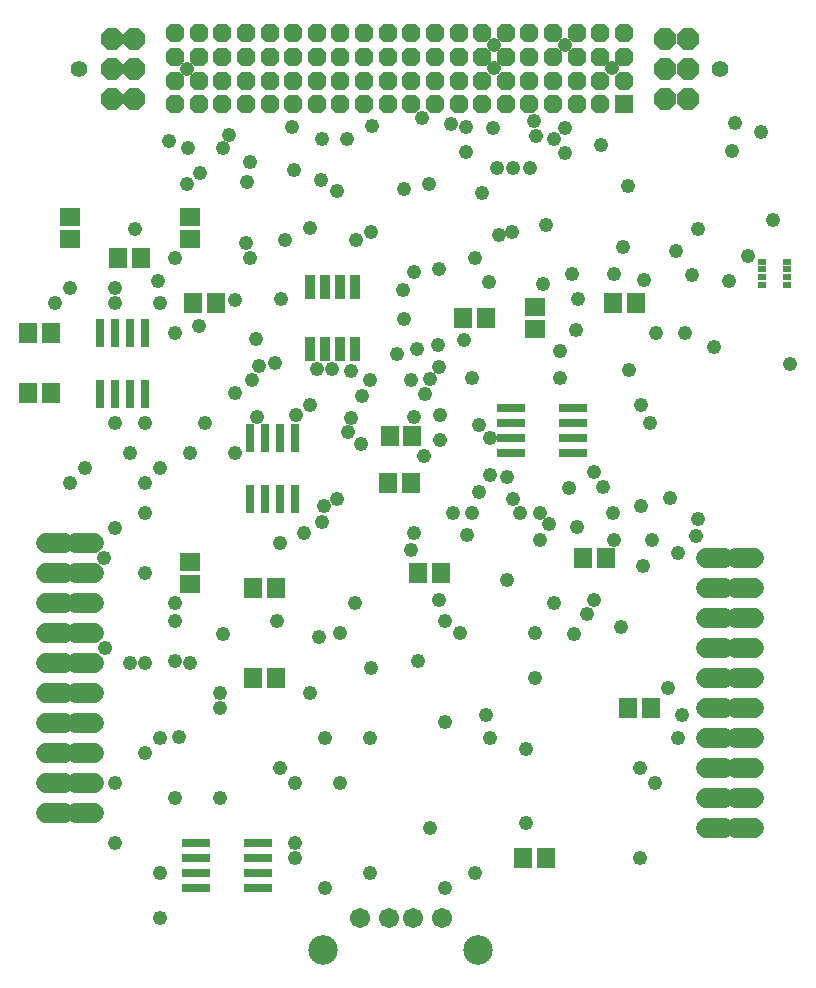
<source format=gts>
G75*
%MOIN*%
%OFA0B0*%
%FSLAX25Y25*%
%IPPOS*%
%LPD*%
%AMOC8*
5,1,8,0,0,1.08239X$1,22.5*
%
%ADD10R,0.03200X0.08300*%
%ADD11C,0.06800*%
%ADD12C,0.05524*%
%ADD13OC8,0.07296*%
%ADD14R,0.06186X0.06186*%
%ADD15OC8,0.06186*%
%ADD16R,0.05918X0.06706*%
%ADD17R,0.06706X0.05918*%
%ADD18R,0.03162X0.09461*%
%ADD19R,0.09461X0.03162*%
%ADD20R,0.02769X0.02178*%
%ADD21C,0.06737*%
%ADD22C,0.09855*%
%ADD23C,0.04762*%
D10*
X0130000Y0245650D03*
X0135000Y0245650D03*
X0140000Y0245650D03*
X0145000Y0245650D03*
X0145000Y0266250D03*
X0140000Y0266250D03*
X0135000Y0266250D03*
X0130000Y0266250D03*
D11*
X0058000Y0180950D02*
X0052000Y0180950D01*
X0048000Y0180950D02*
X0042000Y0180950D01*
X0042000Y0170950D02*
X0048000Y0170950D01*
X0052000Y0170950D02*
X0058000Y0170950D01*
X0058000Y0160950D02*
X0052000Y0160950D01*
X0048000Y0160950D02*
X0042000Y0160950D01*
X0042000Y0150950D02*
X0048000Y0150950D01*
X0052000Y0150950D02*
X0058000Y0150950D01*
X0058000Y0140950D02*
X0052000Y0140950D01*
X0048000Y0140950D02*
X0042000Y0140950D01*
X0042000Y0130950D02*
X0048000Y0130950D01*
X0052000Y0130950D02*
X0058000Y0130950D01*
X0058000Y0120950D02*
X0052000Y0120950D01*
X0048000Y0120950D02*
X0042000Y0120950D01*
X0042000Y0110950D02*
X0048000Y0110950D01*
X0052000Y0110950D02*
X0058000Y0110950D01*
X0058000Y0100950D02*
X0052000Y0100950D01*
X0048000Y0100950D02*
X0042000Y0100950D01*
X0042000Y0090950D02*
X0048000Y0090950D01*
X0052000Y0090950D02*
X0058000Y0090950D01*
X0262000Y0085950D02*
X0268000Y0085950D01*
X0272000Y0085950D02*
X0278000Y0085950D01*
X0278000Y0095950D02*
X0272000Y0095950D01*
X0268000Y0095950D02*
X0262000Y0095950D01*
X0262000Y0105950D02*
X0268000Y0105950D01*
X0272000Y0105950D02*
X0278000Y0105950D01*
X0278000Y0115950D02*
X0272000Y0115950D01*
X0268000Y0115950D02*
X0262000Y0115950D01*
X0262000Y0125950D02*
X0268000Y0125950D01*
X0272000Y0125950D02*
X0278000Y0125950D01*
X0278000Y0135950D02*
X0272000Y0135950D01*
X0268000Y0135950D02*
X0262000Y0135950D01*
X0262000Y0145950D02*
X0268000Y0145950D01*
X0272000Y0145950D02*
X0278000Y0145950D01*
X0278000Y0155950D02*
X0272000Y0155950D01*
X0268000Y0155950D02*
X0262000Y0155950D01*
X0262000Y0165950D02*
X0268000Y0165950D01*
X0272000Y0165950D02*
X0278000Y0165950D01*
X0278000Y0175950D02*
X0272000Y0175950D01*
X0268000Y0175950D02*
X0262000Y0175950D01*
D12*
X0266870Y0338942D03*
X0053130Y0338942D03*
D13*
X0063996Y0339060D03*
X0063996Y0329060D03*
X0071398Y0329060D03*
X0071398Y0339060D03*
X0071398Y0349060D03*
X0063996Y0349060D03*
X0248602Y0349056D03*
X0256004Y0349056D03*
X0256004Y0339056D03*
X0256004Y0329056D03*
X0248602Y0329056D03*
X0248602Y0339056D03*
D14*
X0234803Y0327249D03*
D15*
X0234803Y0335123D03*
X0226929Y0335123D03*
X0226929Y0327249D03*
X0219055Y0327249D03*
X0219055Y0335123D03*
X0211181Y0335123D03*
X0211181Y0327249D03*
X0203307Y0327249D03*
X0195433Y0327249D03*
X0195433Y0335123D03*
X0203307Y0335123D03*
X0203307Y0342997D03*
X0195433Y0342997D03*
X0195433Y0350871D03*
X0203307Y0350871D03*
X0211181Y0350871D03*
X0211181Y0342997D03*
X0219055Y0342997D03*
X0226929Y0342997D03*
X0226929Y0350871D03*
X0219055Y0350871D03*
X0234803Y0350871D03*
X0234803Y0342997D03*
X0187559Y0342997D03*
X0179685Y0342997D03*
X0179685Y0350871D03*
X0187559Y0350871D03*
X0187559Y0335123D03*
X0187559Y0327249D03*
X0179685Y0327249D03*
X0179685Y0335123D03*
X0171811Y0335123D03*
X0171811Y0327249D03*
X0163937Y0327249D03*
X0163937Y0335123D03*
X0156063Y0335123D03*
X0156063Y0327249D03*
X0148189Y0327249D03*
X0148189Y0335123D03*
X0140315Y0335123D03*
X0140315Y0327249D03*
X0132441Y0327249D03*
X0132441Y0335123D03*
X0124567Y0335123D03*
X0124567Y0327249D03*
X0116693Y0327249D03*
X0108819Y0327249D03*
X0108819Y0335123D03*
X0116693Y0335123D03*
X0116693Y0342997D03*
X0124567Y0342997D03*
X0124567Y0350871D03*
X0116693Y0350871D03*
X0108819Y0350871D03*
X0108819Y0342997D03*
X0100945Y0342997D03*
X0093071Y0342997D03*
X0093071Y0350871D03*
X0100945Y0350871D03*
X0100945Y0335123D03*
X0100945Y0327249D03*
X0093071Y0327249D03*
X0093071Y0335123D03*
X0085197Y0335123D03*
X0085197Y0327249D03*
X0085197Y0342997D03*
X0085197Y0350871D03*
X0132441Y0350871D03*
X0132441Y0342997D03*
X0140315Y0342997D03*
X0140315Y0350871D03*
X0148189Y0350871D03*
X0148189Y0342997D03*
X0156063Y0342997D03*
X0156063Y0350871D03*
X0163937Y0350871D03*
X0163937Y0342997D03*
X0171811Y0342997D03*
X0171811Y0350871D03*
D16*
X0231260Y0260950D03*
X0238740Y0260950D03*
X0188740Y0255950D03*
X0181260Y0255950D03*
X0164190Y0216850D03*
X0156710Y0216850D03*
X0156260Y0200950D03*
X0163740Y0200950D03*
X0166260Y0170950D03*
X0173740Y0170950D03*
X0221260Y0175950D03*
X0228740Y0175950D03*
X0236260Y0125950D03*
X0243740Y0125950D03*
X0208740Y0075950D03*
X0201260Y0075950D03*
X0118740Y0135950D03*
X0111260Y0135950D03*
X0111260Y0165950D03*
X0118740Y0165950D03*
X0043740Y0230950D03*
X0036260Y0230950D03*
X0036260Y0250950D03*
X0043740Y0250950D03*
X0066260Y0275950D03*
X0073740Y0275950D03*
X0091260Y0260950D03*
X0098740Y0260950D03*
D17*
X0090000Y0282210D03*
X0090000Y0289690D03*
X0050000Y0289690D03*
X0050000Y0282210D03*
X0090000Y0174690D03*
X0090000Y0167210D03*
X0205000Y0252210D03*
X0205000Y0259690D03*
D18*
X0125000Y0216186D03*
X0120000Y0216186D03*
X0115000Y0216186D03*
X0110000Y0216186D03*
X0110000Y0195714D03*
X0115000Y0195714D03*
X0120000Y0195714D03*
X0125000Y0195714D03*
X0075000Y0230714D03*
X0070000Y0230714D03*
X0065000Y0230714D03*
X0060000Y0230714D03*
X0060000Y0251186D03*
X0065000Y0251186D03*
X0070000Y0251186D03*
X0075000Y0251186D03*
D19*
X0197264Y0225950D03*
X0197264Y0220950D03*
X0197264Y0215950D03*
X0197264Y0210950D03*
X0217736Y0210950D03*
X0217736Y0215950D03*
X0217736Y0220950D03*
X0217736Y0225950D03*
X0112736Y0080950D03*
X0112736Y0075950D03*
X0112736Y0070950D03*
X0112736Y0065950D03*
X0092264Y0065950D03*
X0092264Y0070950D03*
X0092264Y0075950D03*
X0092264Y0080950D03*
D20*
X0280965Y0267111D03*
X0280965Y0269670D03*
X0280965Y0272230D03*
X0280965Y0274789D03*
X0289035Y0274789D03*
X0289035Y0272230D03*
X0289035Y0269670D03*
X0289035Y0267111D03*
D21*
X0174230Y0056142D03*
X0164387Y0056142D03*
X0156513Y0056142D03*
X0146670Y0056142D03*
D22*
X0134584Y0045472D03*
X0186316Y0045472D03*
D23*
X0065000Y0080950D03*
X0080000Y0070950D03*
X0080000Y0055950D03*
X0085000Y0095950D03*
X0075000Y0110950D03*
X0080000Y0115950D03*
X0086375Y0116275D03*
X0100000Y0125950D03*
X0100000Y0130950D03*
X0090000Y0140950D03*
X0085250Y0141700D03*
X0075000Y0140950D03*
X0070000Y0140950D03*
X0061800Y0145950D03*
X0085250Y0155200D03*
X0085000Y0160950D03*
X0075000Y0170950D03*
X0061575Y0175950D03*
X0065000Y0185950D03*
X0075000Y0190950D03*
X0075000Y0200950D03*
X0080000Y0205950D03*
X0090000Y0210950D03*
X0095000Y0220950D03*
X0105000Y0230950D03*
X0110900Y0235300D03*
X0113150Y0240025D03*
X0118425Y0240900D03*
X0112250Y0249025D03*
X0105275Y0262075D03*
X0110000Y0275950D03*
X0108875Y0281200D03*
X0121925Y0282100D03*
X0130025Y0285925D03*
X0139025Y0298525D03*
X0133850Y0302125D03*
X0124775Y0305500D03*
X0134075Y0315625D03*
X0142400Y0315850D03*
X0150725Y0319900D03*
X0167600Y0322600D03*
X0177275Y0320575D03*
X0182225Y0319675D03*
X0182000Y0311350D03*
X0191225Y0319450D03*
X0192350Y0305950D03*
X0197750Y0305950D03*
X0203375Y0305950D03*
X0205400Y0316750D03*
X0204725Y0321700D03*
X0211475Y0315850D03*
X0215075Y0319450D03*
X0215000Y0310950D03*
X0227000Y0313600D03*
X0236225Y0300100D03*
X0234650Y0279850D03*
X0231500Y0270850D03*
X0241625Y0268825D03*
X0252200Y0278500D03*
X0257375Y0270400D03*
X0269750Y0268375D03*
X0276050Y0276700D03*
X0284375Y0288850D03*
X0270725Y0311625D03*
X0271775Y0321025D03*
X0280325Y0318100D03*
X0259400Y0285700D03*
X0255000Y0250950D03*
X0245450Y0251050D03*
X0236450Y0238675D03*
X0240500Y0227200D03*
X0243650Y0220900D03*
X0227675Y0199750D03*
X0224750Y0204700D03*
X0216425Y0199300D03*
X0206750Y0191200D03*
X0209675Y0187375D03*
X0206750Y0182200D03*
X0200000Y0191200D03*
X0197750Y0195700D03*
X0195950Y0202900D03*
X0190100Y0203800D03*
X0186500Y0197950D03*
X0184250Y0191200D03*
X0177750Y0190950D03*
X0182450Y0183550D03*
X0195950Y0168700D03*
X0211475Y0161050D03*
X0222500Y0157450D03*
X0224750Y0161950D03*
X0233750Y0152950D03*
X0218000Y0150700D03*
X0205000Y0150950D03*
X0205000Y0135950D03*
X0190000Y0115950D03*
X0188750Y0123700D03*
X0175250Y0121450D03*
X0166250Y0141700D03*
X0150500Y0139450D03*
X0140000Y0150950D03*
X0133175Y0149575D03*
X0119000Y0155200D03*
X0101000Y0150700D03*
X0130000Y0130950D03*
X0135000Y0115950D03*
X0150000Y0115950D03*
X0140000Y0100950D03*
X0125000Y0100950D03*
X0120000Y0105950D03*
X0100000Y0095950D03*
X0125000Y0080950D03*
X0125000Y0075950D03*
X0135000Y0065950D03*
X0150000Y0070950D03*
X0170000Y0085950D03*
X0185000Y0070950D03*
X0175000Y0065950D03*
X0202250Y0087700D03*
X0202250Y0112450D03*
X0180000Y0150950D03*
X0175250Y0155200D03*
X0173000Y0161950D03*
X0163875Y0178700D03*
X0164900Y0184450D03*
X0168275Y0209875D03*
X0173450Y0215275D03*
X0173450Y0223600D03*
X0168500Y0230575D03*
X0170175Y0235725D03*
X0173225Y0239575D03*
X0172775Y0247000D03*
X0165800Y0245650D03*
X0159050Y0244075D03*
X0163775Y0235300D03*
X0164675Y0223150D03*
X0147350Y0229900D03*
X0150050Y0235300D03*
X0143975Y0238450D03*
X0137450Y0238900D03*
X0132500Y0239125D03*
X0130250Y0227200D03*
X0125525Y0223600D03*
X0112475Y0222925D03*
X0105000Y0210950D03*
X0120000Y0180950D03*
X0128000Y0184450D03*
X0134075Y0188050D03*
X0134750Y0193450D03*
X0139250Y0195700D03*
X0147125Y0213925D03*
X0142850Y0217975D03*
X0143750Y0222700D03*
X0161525Y0255775D03*
X0161125Y0265225D03*
X0164675Y0271300D03*
X0173000Y0272425D03*
X0185000Y0275950D03*
X0189875Y0267925D03*
X0193025Y0283675D03*
X0197525Y0284800D03*
X0187625Y0297625D03*
X0169775Y0300725D03*
X0161525Y0298975D03*
X0150400Y0284600D03*
X0145325Y0281875D03*
X0120350Y0262525D03*
X0093125Y0253525D03*
X0085000Y0250950D03*
X0080000Y0260950D03*
X0079625Y0268375D03*
X0085000Y0275950D03*
X0071750Y0285700D03*
X0065000Y0265950D03*
X0065000Y0260950D03*
X0050000Y0265950D03*
X0045000Y0260950D03*
X0065000Y0220950D03*
X0070000Y0210950D03*
X0075000Y0220950D03*
X0055000Y0205950D03*
X0050000Y0200950D03*
X0065000Y0100950D03*
X0145000Y0160950D03*
X0190100Y0215950D03*
X0186500Y0220450D03*
X0184250Y0236200D03*
X0181325Y0248575D03*
X0207875Y0267250D03*
X0217325Y0270850D03*
X0219350Y0262525D03*
X0218900Y0251950D03*
X0213500Y0245200D03*
X0213500Y0236200D03*
X0240500Y0193450D03*
X0231275Y0191200D03*
X0231500Y0182200D03*
X0241175Y0173425D03*
X0244100Y0181975D03*
X0252875Y0177700D03*
X0258725Y0183325D03*
X0259325Y0189100D03*
X0250000Y0195950D03*
X0219100Y0186400D03*
X0249500Y0132700D03*
X0254000Y0123700D03*
X0252750Y0115950D03*
X0240000Y0105950D03*
X0245000Y0100950D03*
X0240000Y0075950D03*
X0290000Y0240700D03*
X0264800Y0246325D03*
X0208775Y0287050D03*
X0191450Y0339250D03*
X0191450Y0346900D03*
X0215075Y0346900D03*
X0230825Y0339250D03*
X0124175Y0319675D03*
X0110000Y0308200D03*
X0109100Y0301225D03*
X0101000Y0312700D03*
X0103250Y0317200D03*
X0093575Y0304375D03*
X0089075Y0300775D03*
X0089525Y0312700D03*
X0083000Y0314950D03*
X0089075Y0339025D03*
M02*

</source>
